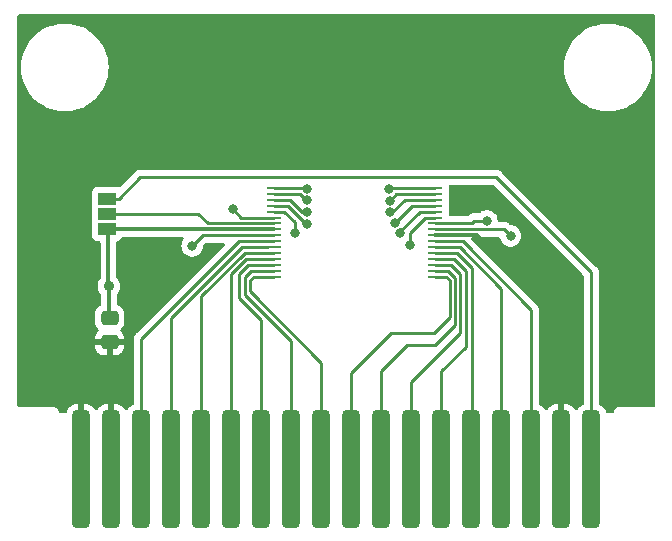
<source format=gbr>
%TF.GenerationSoftware,KiCad,Pcbnew,(6.0.7-1)-1*%
%TF.CreationDate,2023-01-18T18:12:49-08:00*%
%TF.ProjectId,QCard,51436172-642e-46b6-9963-61645f706362,1903842*%
%TF.SameCoordinates,Original*%
%TF.FileFunction,Copper,L1,Top*%
%TF.FilePolarity,Positive*%
%FSLAX46Y46*%
G04 Gerber Fmt 4.6, Leading zero omitted, Abs format (unit mm)*
G04 Created by KiCad (PCBNEW (6.0.7-1)-1) date 2023-01-18 18:12:49*
%MOMM*%
%LPD*%
G01*
G04 APERTURE LIST*
G04 Aperture macros list*
%AMRoundRect*
0 Rectangle with rounded corners*
0 $1 Rounding radius*
0 $2 $3 $4 $5 $6 $7 $8 $9 X,Y pos of 4 corners*
0 Add a 4 corners polygon primitive as box body*
4,1,4,$2,$3,$4,$5,$6,$7,$8,$9,$2,$3,0*
0 Add four circle primitives for the rounded corners*
1,1,$1+$1,$2,$3*
1,1,$1+$1,$4,$5*
1,1,$1+$1,$6,$7*
1,1,$1+$1,$8,$9*
0 Add four rect primitives between the rounded corners*
20,1,$1+$1,$2,$3,$4,$5,0*
20,1,$1+$1,$4,$5,$6,$7,0*
20,1,$1+$1,$6,$7,$8,$9,0*
20,1,$1+$1,$8,$9,$2,$3,0*%
G04 Aperture macros list end*
%TA.AperFunction,SMDPad,CuDef*%
%ADD10R,1.500000X1.000000*%
%TD*%
%TA.AperFunction,SMDPad,CuDef*%
%ADD11R,1.200899X0.279400*%
%TD*%
%TA.AperFunction,ConnectorPad*%
%ADD12RoundRect,0.375000X-0.375000X-4.625000X0.375000X-4.625000X0.375000X4.625000X-0.375000X4.625000X0*%
%TD*%
%TA.AperFunction,SMDPad,CuDef*%
%ADD13RoundRect,0.250000X-0.475000X0.337500X-0.475000X-0.337500X0.475000X-0.337500X0.475000X0.337500X0*%
%TD*%
%TA.AperFunction,ViaPad*%
%ADD14C,0.900000*%
%TD*%
%TA.AperFunction,ViaPad*%
%ADD15C,0.800000*%
%TD*%
%TA.AperFunction,Conductor*%
%ADD16C,0.300000*%
%TD*%
%TA.AperFunction,Conductor*%
%ADD17C,0.250000*%
%TD*%
G04 APERTURE END LIST*
D10*
%TO.P,JP1,1,A*%
%TO.N,/VCC*%
X58100000Y-68700000D03*
%TO.P,JP1,2,C*%
%TO.N,/PGM*%
X58100000Y-67400000D03*
%TO.P,JP1,3,B*%
%TO.N,Net-(J1-Pad18)*%
X58100000Y-66100000D03*
%TD*%
D11*
%TO.P,U1,1,A11*%
%TO.N,/A11*%
X72201377Y-65202500D03*
%TO.P,U1,2,A9*%
%TO.N,/A9*%
X72201377Y-65702499D03*
%TO.P,U1,3,A8*%
%TO.N,/A8*%
X72201377Y-66202500D03*
%TO.P,U1,4,A13*%
%TO.N,/A13*%
X72201377Y-66702499D03*
%TO.P,U1,5,A14*%
%TO.N,/A14*%
X72201377Y-67202501D03*
%TO.P,U1,6,A17*%
%TO.N,/A17*%
X72201377Y-67702500D03*
%TO.P,U1,7,\u002AWE*%
%TO.N,/PGM*%
X72201377Y-68202499D03*
%TO.P,U1,8,VDD*%
%TO.N,/VCC*%
X72201377Y-68702500D03*
%TO.P,U1,9,A18*%
%TO.N,/A18*%
X72201377Y-69202500D03*
%TO.P,U1,10,A16*%
%TO.N,/A16*%
X72201377Y-69702501D03*
%TO.P,U1,11,A15*%
%TO.N,/A15*%
X72201377Y-70202500D03*
%TO.P,U1,12,A12*%
%TO.N,/A12*%
X72201377Y-70702499D03*
%TO.P,U1,13,A7*%
%TO.N,/A7*%
X72201377Y-71202501D03*
%TO.P,U1,14,A6*%
%TO.N,/A6*%
X72201377Y-71702500D03*
%TO.P,U1,15,A5*%
%TO.N,/A5*%
X72201377Y-72202501D03*
%TO.P,U1,16,A4*%
%TO.N,/A4*%
X72201377Y-72702500D03*
%TO.P,U1,17,A3*%
%TO.N,/A3*%
X85899073Y-72702500D03*
%TO.P,U1,18,A2*%
%TO.N,/A2*%
X85899073Y-72202501D03*
%TO.P,U1,19,A1*%
%TO.N,/A1*%
X85899073Y-71702500D03*
%TO.P,U1,20,A0*%
%TO.N,/A0*%
X85899073Y-71202501D03*
%TO.P,U1,21,DQ0*%
%TO.N,/D0*%
X85899073Y-70702499D03*
%TO.P,U1,22,DQ1*%
%TO.N,/D1*%
X85899073Y-70202500D03*
%TO.P,U1,23,DQ2*%
%TO.N,/D2*%
X85899073Y-69702501D03*
%TO.P,U1,24,VSS*%
%TO.N,/GND*%
X85899073Y-69202500D03*
%TO.P,U1,25,DQ3*%
%TO.N,/D3*%
X85899073Y-68702500D03*
%TO.P,U1,26,DQ4*%
%TO.N,/D4*%
X85899073Y-68202499D03*
%TO.P,U1,27,DQ5*%
%TO.N,/D5*%
X85899073Y-67702500D03*
%TO.P,U1,28,DQ6*%
%TO.N,/D6*%
X85899073Y-67202501D03*
%TO.P,U1,29,DQ7*%
%TO.N,/D7*%
X85899073Y-66702499D03*
%TO.P,U1,30,\u002ACE*%
%TO.N,/CE*%
X85899073Y-66202500D03*
%TO.P,U1,31,A10*%
%TO.N,/A10*%
X85899073Y-65702499D03*
%TO.P,U1,32,\u002AOE*%
%TO.N,/OE*%
X85899073Y-65202500D03*
%TD*%
D12*
%TO.P,J1,1,Pin_1*%
%TO.N,/GND*%
X55910000Y-89000000D03*
%TO.P,J1,2,Pin_2*%
X58450000Y-89000000D03*
%TO.P,J1,3,Pin_3*%
%TO.N,/A16*%
X60990000Y-89000000D03*
%TO.P,J1,4,Pin_4*%
%TO.N,/A15*%
X63530000Y-89000000D03*
%TO.P,J1,5,Pin_5*%
%TO.N,/A12*%
X66070000Y-89000000D03*
%TO.P,J1,6,Pin_6*%
%TO.N,/A7*%
X68610000Y-89000000D03*
%TO.P,J1,7,Pin_7*%
%TO.N,/A6*%
X71150000Y-89000000D03*
%TO.P,J1,8,Pin_8*%
%TO.N,/A5*%
X73690000Y-89000000D03*
%TO.P,J1,9,Pin_9*%
%TO.N,/A4*%
X76230000Y-89000000D03*
%TO.P,J1,10,Pin_10*%
%TO.N,/A3*%
X78770000Y-89000000D03*
%TO.P,J1,11,Pin_11*%
%TO.N,/A2*%
X81310000Y-89000000D03*
%TO.P,J1,12,Pin_12*%
%TO.N,/A1*%
X83850000Y-89000000D03*
%TO.P,J1,13,Pin_13*%
%TO.N,/A0*%
X86390000Y-89000000D03*
%TO.P,J1,14,Pin_14*%
%TO.N,/D0*%
X88930000Y-89000000D03*
%TO.P,J1,15,Pin_15*%
%TO.N,/D1*%
X91470000Y-89000000D03*
%TO.P,J1,16,Pin_16*%
%TO.N,/D2*%
X94010000Y-89000000D03*
%TO.P,J1,17,Pin_17*%
%TO.N,/GND*%
X96550000Y-89000000D03*
%TO.P,J1,18,Pin_18*%
%TO.N,Net-(J1-Pad18)*%
X99090000Y-89000000D03*
%TD*%
D13*
%TO.P,C1,1*%
%TO.N,/VCC*%
X58300000Y-76200000D03*
%TO.P,C1,2*%
%TO.N,/GND*%
X58300000Y-78275000D03*
%TD*%
D14*
%TO.N,/VCC*%
X58250000Y-73500000D03*
%TO.N,/GND*%
X90000000Y-69750000D03*
D15*
X56300000Y-73500000D03*
%TO.N,/A18*%
X65300000Y-70100000D03*
%TO.N,/A17*%
X68750000Y-67000000D03*
%TO.N,/A14*%
X74000000Y-69000000D03*
%TO.N,/A13*%
X75000000Y-68250000D03*
%TO.N,/A8*%
X75000000Y-67250000D03*
%TO.N,/A9*%
X75000000Y-66250497D03*
%TO.N,/A11*%
X75000000Y-65250000D03*
%TO.N,/OE*%
X82000000Y-65250000D03*
%TO.N,/A10*%
X82012548Y-66262051D03*
%TO.N,/CE*%
X82006490Y-67268109D03*
%TO.N,/D7*%
X82457275Y-68160184D03*
%TO.N,/D6*%
X82901613Y-69055488D03*
%TO.N,/D5*%
X83750000Y-70000000D03*
%TO.N,/D4*%
X90250000Y-67978000D03*
%TO.N,/D3*%
X92250000Y-69250000D03*
%TD*%
D16*
%TO.N,/VCC*%
X58250000Y-73500000D02*
X58200000Y-73450000D01*
X58250000Y-76150000D02*
X58300000Y-76200000D01*
X58200000Y-73450000D02*
X58200000Y-68800000D01*
X58100000Y-68700000D02*
X58102500Y-68702500D01*
X58102500Y-68702500D02*
X72201377Y-68702500D01*
X58200000Y-68800000D02*
X58100000Y-68700000D01*
X58250000Y-73500000D02*
X58250000Y-76150000D01*
%TO.N,/GND*%
X85899073Y-69202500D02*
X89452500Y-69202500D01*
X89452500Y-69202500D02*
X90000000Y-69750000D01*
D17*
%TO.N,/A16*%
X60990000Y-89000000D02*
X60990000Y-78010000D01*
X69297499Y-69702501D02*
X72201377Y-69702501D01*
X60990000Y-78010000D02*
X69297499Y-69702501D01*
%TO.N,/A15*%
X69512201Y-70237799D02*
X71750000Y-70237799D01*
X63530000Y-89000000D02*
X63530000Y-76220000D01*
X63530000Y-76220000D02*
X69512201Y-70237799D01*
%TO.N,/A12*%
X66070000Y-74361802D02*
X69729303Y-70702499D01*
X66070000Y-89000000D02*
X66070000Y-74361802D01*
X69729303Y-70702499D02*
X72201377Y-70702499D01*
%TO.N,/A7*%
X68610000Y-72458198D02*
X69865697Y-71202501D01*
X68610000Y-89000000D02*
X68610000Y-72458198D01*
X69865697Y-71202501D02*
X72201377Y-71202501D01*
%TO.N,/A6*%
X71150000Y-89000000D02*
X71150000Y-76400000D01*
X69250000Y-74500000D02*
X69250000Y-72500000D01*
X71150000Y-76400000D02*
X69250000Y-74500000D01*
X70047500Y-71702500D02*
X72201377Y-71702500D01*
X69250000Y-72500000D02*
X70047500Y-71702500D01*
%TO.N,/A5*%
X73690000Y-78190000D02*
X69750000Y-74250000D01*
X69750000Y-74250000D02*
X69750000Y-72750000D01*
X73690000Y-89000000D02*
X73690000Y-78190000D01*
X70297499Y-72202501D02*
X72201377Y-72202501D01*
X69750000Y-72750000D02*
X70297499Y-72202501D01*
%TO.N,/A4*%
X70200000Y-72993198D02*
X70490698Y-72702500D01*
X76230000Y-79980000D02*
X70200000Y-73950000D01*
X76230000Y-89000000D02*
X76230000Y-79980000D01*
X70200000Y-73950000D02*
X70200000Y-72993198D01*
X70490698Y-72702500D02*
X72201377Y-72702500D01*
%TO.N,/A3*%
X78770000Y-80855000D02*
X82125000Y-77500000D01*
X85750000Y-77500000D02*
X87100000Y-76150000D01*
X86816104Y-72702500D02*
X85899073Y-72702500D01*
X82125000Y-77500000D02*
X85750000Y-77500000D01*
X78770000Y-89000000D02*
X78770000Y-80855000D01*
X87100000Y-76150000D02*
X87100000Y-72986396D01*
X87100000Y-72986396D02*
X86816104Y-72702500D01*
%TO.N,/A2*%
X81310000Y-80690000D02*
X83500000Y-78500000D01*
X83500000Y-78500000D02*
X85886396Y-78500000D01*
X81310000Y-89000000D02*
X81310000Y-80690000D01*
X86952501Y-72202501D02*
X85899073Y-72202501D01*
X87550000Y-72800000D02*
X86952501Y-72202501D01*
X85886396Y-78500000D02*
X87550000Y-76836396D01*
X87550000Y-76836396D02*
X87550000Y-72800000D01*
%TO.N,/A1*%
X88000000Y-77511396D02*
X88000000Y-72500000D01*
X83850000Y-89000000D02*
X83850000Y-81661396D01*
X88000000Y-72500000D02*
X87202500Y-71702500D01*
X87202500Y-71702500D02*
X85899073Y-71702500D01*
X83850000Y-81661396D02*
X88000000Y-77511396D01*
%TO.N,/A0*%
X88500000Y-78625000D02*
X88500000Y-72250000D01*
X86390000Y-80735000D02*
X88500000Y-78625000D01*
X87452501Y-71202501D02*
X85899073Y-71202501D01*
X86390000Y-89000000D02*
X86390000Y-80735000D01*
X88500000Y-72250000D02*
X87452501Y-71202501D01*
%TO.N,/D0*%
X89000000Y-88930000D02*
X89000000Y-72000000D01*
X88930000Y-89000000D02*
X89000000Y-88930000D01*
X87702499Y-70702499D02*
X85899073Y-70702499D01*
X89000000Y-72000000D02*
X87702499Y-70702499D01*
%TO.N,/D1*%
X91470000Y-73720000D02*
X87952500Y-70202500D01*
X87952500Y-70202500D02*
X85899073Y-70202500D01*
X91470000Y-89000000D02*
X91470000Y-73720000D01*
%TO.N,/D2*%
X88202501Y-69702501D02*
X85899073Y-69702501D01*
X94010000Y-89000000D02*
X94010000Y-75510000D01*
X94010000Y-75510000D02*
X88202501Y-69702501D01*
%TO.N,/PGM*%
X65800000Y-67400000D02*
X66602499Y-68202499D01*
X66602499Y-68202499D02*
X72201377Y-68202499D01*
X58100000Y-67400000D02*
X65800000Y-67400000D01*
%TO.N,/A18*%
X66197500Y-69202500D02*
X72201377Y-69202500D01*
X65300000Y-70100000D02*
X66197500Y-69202500D01*
%TO.N,/A17*%
X68750000Y-67000000D02*
X69452500Y-67702500D01*
X69452500Y-67702500D02*
X72201377Y-67702500D01*
%TO.N,/A14*%
X74000000Y-69000000D02*
X74000000Y-68110974D01*
X74000000Y-68110974D02*
X73091527Y-67202501D01*
X73091527Y-67202501D02*
X72201377Y-67202501D01*
%TO.N,/A13*%
X74952238Y-68250000D02*
X73404737Y-66702499D01*
X73404737Y-66702499D02*
X72201377Y-66702499D01*
X75000000Y-68250000D02*
X74952238Y-68250000D01*
%TO.N,/A8*%
X75000000Y-67250000D02*
X74588634Y-67250000D01*
X73541134Y-66202500D02*
X72201377Y-66202500D01*
X74588634Y-67250000D02*
X73541134Y-66202500D01*
%TO.N,/A9*%
X74975192Y-66250497D02*
X74427194Y-65702499D01*
X75000000Y-66250497D02*
X74975192Y-66250497D01*
X74427194Y-65702499D02*
X72201377Y-65702499D01*
%TO.N,/A11*%
X75000000Y-65250000D02*
X74952500Y-65202500D01*
X74952500Y-65202500D02*
X72201377Y-65202500D01*
%TO.N,/OE*%
X82047500Y-65202500D02*
X85899073Y-65202500D01*
X82000000Y-65250000D02*
X82047500Y-65202500D01*
%TO.N,/A10*%
X82012548Y-66262051D02*
X82572100Y-65702499D01*
X82572100Y-65702499D02*
X85899073Y-65702499D01*
%TO.N,/CE*%
X83297500Y-66202500D02*
X85899073Y-66202500D01*
X82231891Y-67268109D02*
X83297500Y-66202500D01*
X82006490Y-67268109D02*
X82231891Y-67268109D01*
%TO.N,/D7*%
X83914960Y-66702499D02*
X85899073Y-66702499D01*
X82457275Y-68160184D02*
X83914960Y-66702499D01*
%TO.N,/D6*%
X82901613Y-68879637D02*
X84578749Y-67202501D01*
X84578749Y-67202501D02*
X85899073Y-67202501D01*
X82901613Y-69055488D02*
X82901613Y-68879637D01*
%TO.N,/D5*%
X83750000Y-70000000D02*
X83750000Y-69000000D01*
X83750000Y-69000000D02*
X85047500Y-67702500D01*
X85047500Y-67702500D02*
X85899073Y-67702500D01*
%TO.N,/D4*%
X89176998Y-67978000D02*
X88952499Y-68202499D01*
X90250000Y-67978000D02*
X89176998Y-67978000D01*
X88952499Y-68202499D02*
X85899073Y-68202499D01*
%TO.N,/D3*%
X92250000Y-69250000D02*
X91702500Y-68702500D01*
X91702500Y-68702500D02*
X85899073Y-68702500D01*
%TO.N,Net-(J1-Pad18)*%
X99100000Y-88990000D02*
X99100000Y-72350000D01*
X99100000Y-72350000D02*
X91050000Y-64300000D01*
X99090000Y-89000000D02*
X99100000Y-88990000D01*
X59100000Y-66100000D02*
X58100000Y-66100000D01*
X60900000Y-64300000D02*
X59100000Y-66100000D01*
X91050000Y-64300000D02*
X60900000Y-64300000D01*
%TD*%
%TA.AperFunction,Conductor*%
%TO.N,/GND*%
G36*
X90803527Y-64953502D02*
G01*
X90824501Y-64970405D01*
X98429595Y-72575499D01*
X98463621Y-72637811D01*
X98466500Y-72664594D01*
X98466500Y-83432962D01*
X98446498Y-83501083D01*
X98396160Y-83544701D01*
X98396638Y-83545638D01*
X98392800Y-83547594D01*
X98392799Y-83547594D01*
X98387702Y-83550191D01*
X98231161Y-83629953D01*
X98226032Y-83634106D01*
X98226028Y-83634109D01*
X98094000Y-83741024D01*
X98086830Y-83746830D01*
X98082675Y-83751961D01*
X97974109Y-83886028D01*
X97974106Y-83886032D01*
X97969953Y-83891161D01*
X97966956Y-83897043D01*
X97931986Y-83965675D01*
X97883237Y-84017290D01*
X97814323Y-84034356D01*
X97747121Y-84011455D01*
X97707452Y-83965675D01*
X97672622Y-83897317D01*
X97665470Y-83886304D01*
X97556966Y-83752311D01*
X97547689Y-83743034D01*
X97413696Y-83634530D01*
X97402682Y-83627378D01*
X97249059Y-83549102D01*
X97236813Y-83544401D01*
X97069467Y-83499561D01*
X97058140Y-83497614D01*
X96989261Y-83492193D01*
X96984334Y-83492000D01*
X96822115Y-83492000D01*
X96806876Y-83496475D01*
X96805671Y-83497865D01*
X96804000Y-83505548D01*
X96804000Y-84250000D01*
X96296000Y-84250000D01*
X96296000Y-83510115D01*
X96291525Y-83494876D01*
X96290135Y-83493671D01*
X96282452Y-83492000D01*
X96115666Y-83492000D01*
X96110739Y-83492193D01*
X96041860Y-83497614D01*
X96030533Y-83499561D01*
X95863187Y-83544401D01*
X95850941Y-83549102D01*
X95697318Y-83627378D01*
X95686304Y-83634530D01*
X95552311Y-83743034D01*
X95543034Y-83752311D01*
X95434530Y-83886304D01*
X95427378Y-83897317D01*
X95392548Y-83965675D01*
X95343800Y-84017290D01*
X95274885Y-84034356D01*
X95207683Y-84011455D01*
X95168014Y-83965675D01*
X95133044Y-83897043D01*
X95130047Y-83891161D01*
X95125894Y-83886032D01*
X95125891Y-83886028D01*
X95017325Y-83751961D01*
X95013170Y-83746830D01*
X95006000Y-83741024D01*
X94873972Y-83634109D01*
X94873968Y-83634106D01*
X94868839Y-83629953D01*
X94862961Y-83626958D01*
X94862958Y-83626956D01*
X94722297Y-83555286D01*
X94712296Y-83550190D01*
X94660682Y-83501443D01*
X94643500Y-83437924D01*
X94643500Y-75588767D01*
X94644027Y-75577584D01*
X94645702Y-75570091D01*
X94643562Y-75502000D01*
X94643500Y-75498043D01*
X94643500Y-75470144D01*
X94642996Y-75466153D01*
X94642063Y-75454311D01*
X94640923Y-75418036D01*
X94640674Y-75410111D01*
X94638462Y-75402497D01*
X94638461Y-75402492D01*
X94635023Y-75390659D01*
X94631012Y-75371295D01*
X94629467Y-75359064D01*
X94628474Y-75351203D01*
X94625557Y-75343836D01*
X94625556Y-75343831D01*
X94612198Y-75310092D01*
X94608354Y-75298865D01*
X94599736Y-75269204D01*
X94596018Y-75256407D01*
X94585707Y-75238972D01*
X94577012Y-75221224D01*
X94569552Y-75202383D01*
X94549517Y-75174806D01*
X94543564Y-75166613D01*
X94537048Y-75156693D01*
X94518580Y-75125465D01*
X94518578Y-75125462D01*
X94514542Y-75118638D01*
X94500221Y-75104317D01*
X94487380Y-75089283D01*
X94480131Y-75079306D01*
X94475472Y-75072893D01*
X94441395Y-75044702D01*
X94432616Y-75036712D01*
X88947000Y-69551095D01*
X88912974Y-69488783D01*
X88918039Y-69417968D01*
X88960586Y-69361132D01*
X89027106Y-69336321D01*
X89036095Y-69336000D01*
X91233040Y-69336000D01*
X91301161Y-69356002D01*
X91347654Y-69409658D01*
X91355902Y-69434637D01*
X91356458Y-69439928D01*
X91415473Y-69621556D01*
X91510960Y-69786944D01*
X91515378Y-69791851D01*
X91515379Y-69791852D01*
X91607112Y-69893732D01*
X91638747Y-69928866D01*
X91687088Y-69963988D01*
X91761545Y-70018084D01*
X91793248Y-70041118D01*
X91799276Y-70043802D01*
X91799278Y-70043803D01*
X91940245Y-70106565D01*
X91967712Y-70118794D01*
X92061112Y-70138647D01*
X92148056Y-70157128D01*
X92148061Y-70157128D01*
X92154513Y-70158500D01*
X92345487Y-70158500D01*
X92351939Y-70157128D01*
X92351944Y-70157128D01*
X92438888Y-70138647D01*
X92532288Y-70118794D01*
X92559755Y-70106565D01*
X92700722Y-70043803D01*
X92700724Y-70043802D01*
X92706752Y-70041118D01*
X92738456Y-70018084D01*
X92812912Y-69963988D01*
X92861253Y-69928866D01*
X92892888Y-69893732D01*
X92984621Y-69791852D01*
X92984622Y-69791851D01*
X92989040Y-69786944D01*
X93084527Y-69621556D01*
X93143542Y-69439928D01*
X93145518Y-69421134D01*
X93162814Y-69256565D01*
X93163504Y-69250000D01*
X93147019Y-69093154D01*
X93144232Y-69066635D01*
X93144232Y-69066633D01*
X93143542Y-69060072D01*
X93084527Y-68878444D01*
X93058948Y-68834139D01*
X92992341Y-68718774D01*
X92989040Y-68713056D01*
X92974699Y-68697128D01*
X92865675Y-68576045D01*
X92865674Y-68576044D01*
X92861253Y-68571134D01*
X92706752Y-68458882D01*
X92700724Y-68456198D01*
X92700722Y-68456197D01*
X92538319Y-68383891D01*
X92538318Y-68383891D01*
X92532288Y-68381206D01*
X92415539Y-68356390D01*
X92351944Y-68342872D01*
X92351939Y-68342872D01*
X92345487Y-68341500D01*
X92290571Y-68341500D01*
X92222450Y-68321498D01*
X92196288Y-68298300D01*
X92194500Y-68295482D01*
X92144848Y-68248856D01*
X92142007Y-68246102D01*
X92122270Y-68226365D01*
X92119073Y-68223885D01*
X92110051Y-68216180D01*
X92083600Y-68191341D01*
X92077821Y-68185914D01*
X92070875Y-68182095D01*
X92070872Y-68182093D01*
X92060066Y-68176152D01*
X92043547Y-68165301D01*
X92036950Y-68160184D01*
X92027541Y-68152886D01*
X92020272Y-68149741D01*
X92020268Y-68149738D01*
X91986963Y-68135326D01*
X91976313Y-68130109D01*
X91937560Y-68108805D01*
X91917937Y-68103767D01*
X91899234Y-68097363D01*
X91887920Y-68092467D01*
X91887919Y-68092467D01*
X91880645Y-68089319D01*
X91872822Y-68088080D01*
X91872812Y-68088077D01*
X91836976Y-68082401D01*
X91825356Y-68079995D01*
X91790211Y-68070972D01*
X91790210Y-68070972D01*
X91782530Y-68069000D01*
X91762276Y-68069000D01*
X91742565Y-68067449D01*
X91730386Y-68065520D01*
X91722557Y-68064280D01*
X91714665Y-68065026D01*
X91678539Y-68068441D01*
X91666681Y-68069000D01*
X91286520Y-68069000D01*
X91218399Y-68048998D01*
X91171906Y-67995342D01*
X91161210Y-67956171D01*
X91144232Y-67794635D01*
X91144232Y-67794633D01*
X91143542Y-67788072D01*
X91084527Y-67606444D01*
X90989040Y-67441056D01*
X90972881Y-67423109D01*
X90865675Y-67304045D01*
X90865674Y-67304044D01*
X90861253Y-67299134D01*
X90762157Y-67227136D01*
X90712094Y-67190763D01*
X90712093Y-67190762D01*
X90706752Y-67186882D01*
X90700724Y-67184198D01*
X90700722Y-67184197D01*
X90538319Y-67111891D01*
X90538318Y-67111891D01*
X90532288Y-67109206D01*
X90438888Y-67089353D01*
X90351944Y-67070872D01*
X90351939Y-67070872D01*
X90345487Y-67069500D01*
X90154513Y-67069500D01*
X90148061Y-67070872D01*
X90148056Y-67070872D01*
X90061112Y-67089353D01*
X89967712Y-67109206D01*
X89961682Y-67111891D01*
X89961681Y-67111891D01*
X89799278Y-67184197D01*
X89799276Y-67184198D01*
X89793248Y-67186882D01*
X89787907Y-67190762D01*
X89787906Y-67190763D01*
X89715410Y-67243435D01*
X89638747Y-67299134D01*
X89634332Y-67304037D01*
X89629420Y-67308460D01*
X89628295Y-67307211D01*
X89574986Y-67340051D01*
X89541800Y-67344500D01*
X89255766Y-67344500D01*
X89244583Y-67343973D01*
X89237090Y-67342298D01*
X89229164Y-67342547D01*
X89229163Y-67342547D01*
X89169000Y-67344438D01*
X89165042Y-67344500D01*
X89137142Y-67344500D01*
X89133152Y-67345004D01*
X89121318Y-67345936D01*
X89077109Y-67347326D01*
X89069493Y-67349539D01*
X89069491Y-67349539D01*
X89057650Y-67352979D01*
X89038291Y-67356988D01*
X89036981Y-67357154D01*
X89018201Y-67359526D01*
X89010835Y-67362442D01*
X89010829Y-67362444D01*
X88977096Y-67375800D01*
X88965866Y-67379645D01*
X88931015Y-67389770D01*
X88923405Y-67391981D01*
X88916582Y-67396016D01*
X88905964Y-67402295D01*
X88888211Y-67410992D01*
X88880566Y-67414019D01*
X88869381Y-67418448D01*
X88862966Y-67423109D01*
X88833610Y-67444437D01*
X88823693Y-67450951D01*
X88785636Y-67473458D01*
X88771312Y-67487782D01*
X88756285Y-67500617D01*
X88739891Y-67512528D01*
X88734837Y-67518637D01*
X88730965Y-67523317D01*
X88672130Y-67563053D01*
X88633882Y-67568999D01*
X87129042Y-67568999D01*
X87060921Y-67548997D01*
X87014428Y-67495341D01*
X87003779Y-67429391D01*
X87004462Y-67423109D01*
X87008022Y-67390335D01*
X87008022Y-67014667D01*
X87005667Y-66992982D01*
X87002747Y-66966107D01*
X87002747Y-66938893D01*
X87007653Y-66893732D01*
X87007653Y-66893728D01*
X87008022Y-66890333D01*
X87008022Y-66514665D01*
X87002747Y-66466105D01*
X87002747Y-66438891D01*
X87003294Y-66433862D01*
X87008022Y-66390334D01*
X87008022Y-66014666D01*
X87002747Y-65966105D01*
X87002747Y-65938892D01*
X87007653Y-65893732D01*
X87007653Y-65893728D01*
X87008022Y-65890333D01*
X87008022Y-65514665D01*
X87002747Y-65466106D01*
X87002747Y-65438893D01*
X87007653Y-65393733D01*
X87007653Y-65393729D01*
X87008022Y-65390334D01*
X87008022Y-65059500D01*
X87028024Y-64991379D01*
X87081680Y-64944886D01*
X87134022Y-64933500D01*
X90735406Y-64933500D01*
X90803527Y-64953502D01*
G37*
%TD.AperFunction*%
%TA.AperFunction,Conductor*%
G36*
X104433621Y-50528502D02*
G01*
X104480114Y-50582158D01*
X104491500Y-50634500D01*
X104491500Y-83615500D01*
X104471498Y-83683621D01*
X104417842Y-83730114D01*
X104365500Y-83741500D01*
X101508623Y-83741500D01*
X101507853Y-83741498D01*
X101507037Y-83741493D01*
X101430279Y-83741024D01*
X101409965Y-83746830D01*
X101401847Y-83749150D01*
X101385085Y-83752728D01*
X101355813Y-83756920D01*
X101347645Y-83760634D01*
X101347644Y-83760634D01*
X101332438Y-83767548D01*
X101314914Y-83773996D01*
X101290229Y-83781051D01*
X101282635Y-83785843D01*
X101282632Y-83785844D01*
X101265220Y-83796830D01*
X101250137Y-83804969D01*
X101223218Y-83817208D01*
X101216416Y-83823069D01*
X101203765Y-83833970D01*
X101188761Y-83845073D01*
X101167042Y-83858776D01*
X101161103Y-83865501D01*
X101161099Y-83865504D01*
X101147468Y-83880938D01*
X101135276Y-83892982D01*
X101119673Y-83906427D01*
X101119671Y-83906430D01*
X101112873Y-83912287D01*
X101107993Y-83919816D01*
X101107992Y-83919817D01*
X101098906Y-83933835D01*
X101087615Y-83948709D01*
X101076569Y-83961217D01*
X101070622Y-83967951D01*
X101064312Y-83981391D01*
X101058058Y-83994711D01*
X101049737Y-84009691D01*
X101038529Y-84026983D01*
X101038527Y-84026988D01*
X101033648Y-84034515D01*
X101031078Y-84043108D01*
X101031076Y-84043113D01*
X101026289Y-84059120D01*
X101019628Y-84076564D01*
X101012533Y-84091676D01*
X101008719Y-84099800D01*
X101007338Y-84108667D01*
X101007338Y-84108668D01*
X101004170Y-84129015D01*
X101000386Y-84145736D01*
X100996088Y-84160106D01*
X100957405Y-84219638D01*
X100892676Y-84248806D01*
X100875372Y-84250000D01*
X100442857Y-84250000D01*
X100374736Y-84229998D01*
X100328243Y-84176342D01*
X100321150Y-84156612D01*
X100294362Y-84056638D01*
X100210047Y-83891161D01*
X100205894Y-83886032D01*
X100205891Y-83886028D01*
X100097325Y-83751961D01*
X100093170Y-83746830D01*
X100086000Y-83741024D01*
X99953972Y-83634109D01*
X99953968Y-83634106D01*
X99948839Y-83629953D01*
X99802297Y-83555286D01*
X99750682Y-83506538D01*
X99733500Y-83443019D01*
X99733500Y-72428767D01*
X99734027Y-72417584D01*
X99735702Y-72410091D01*
X99733562Y-72342014D01*
X99733500Y-72338055D01*
X99733500Y-72310144D01*
X99732995Y-72306144D01*
X99732062Y-72294301D01*
X99730922Y-72258029D01*
X99730673Y-72250110D01*
X99725022Y-72230658D01*
X99721014Y-72211306D01*
X99719467Y-72199063D01*
X99718474Y-72191203D01*
X99715556Y-72183832D01*
X99702200Y-72150097D01*
X99698355Y-72138870D01*
X99697721Y-72136687D01*
X99686018Y-72096407D01*
X99681984Y-72089585D01*
X99681981Y-72089579D01*
X99675706Y-72078968D01*
X99667010Y-72061218D01*
X99662472Y-72049756D01*
X99662469Y-72049751D01*
X99659552Y-72042383D01*
X99641899Y-72018085D01*
X99633573Y-72006625D01*
X99627057Y-71996707D01*
X99608575Y-71965457D01*
X99604542Y-71958637D01*
X99590218Y-71944313D01*
X99577376Y-71929278D01*
X99565472Y-71912893D01*
X99531406Y-71884711D01*
X99522627Y-71876722D01*
X91553652Y-63907747D01*
X91546112Y-63899461D01*
X91542000Y-63892982D01*
X91492348Y-63846356D01*
X91489507Y-63843602D01*
X91469770Y-63823865D01*
X91466573Y-63821385D01*
X91457551Y-63813680D01*
X91444116Y-63801064D01*
X91425321Y-63783414D01*
X91418375Y-63779595D01*
X91418372Y-63779593D01*
X91407566Y-63773652D01*
X91391047Y-63762801D01*
X91390583Y-63762441D01*
X91375041Y-63750386D01*
X91367772Y-63747241D01*
X91367768Y-63747238D01*
X91334463Y-63732826D01*
X91323813Y-63727609D01*
X91285060Y-63706305D01*
X91265437Y-63701267D01*
X91246734Y-63694863D01*
X91235420Y-63689967D01*
X91235419Y-63689967D01*
X91228145Y-63686819D01*
X91220322Y-63685580D01*
X91220312Y-63685577D01*
X91184476Y-63679901D01*
X91172856Y-63677495D01*
X91137711Y-63668472D01*
X91137710Y-63668472D01*
X91130030Y-63666500D01*
X91109776Y-63666500D01*
X91090065Y-63664949D01*
X91087534Y-63664548D01*
X91070057Y-63661780D01*
X91062165Y-63662526D01*
X91026039Y-63665941D01*
X91014181Y-63666500D01*
X60978763Y-63666500D01*
X60967579Y-63665973D01*
X60960091Y-63664299D01*
X60952168Y-63664548D01*
X60892033Y-63666438D01*
X60888075Y-63666500D01*
X60860144Y-63666500D01*
X60856229Y-63666995D01*
X60856225Y-63666995D01*
X60856167Y-63667003D01*
X60856138Y-63667006D01*
X60844296Y-63667939D01*
X60800110Y-63669327D01*
X60782744Y-63674372D01*
X60780658Y-63674978D01*
X60761306Y-63678986D01*
X60749068Y-63680532D01*
X60749066Y-63680533D01*
X60741203Y-63681526D01*
X60700086Y-63697806D01*
X60688885Y-63701641D01*
X60646406Y-63713982D01*
X60639587Y-63718015D01*
X60639582Y-63718017D01*
X60628971Y-63724293D01*
X60611221Y-63732990D01*
X60592383Y-63740448D01*
X60585967Y-63745109D01*
X60585966Y-63745110D01*
X60556625Y-63766428D01*
X60546701Y-63772947D01*
X60515460Y-63791422D01*
X60515455Y-63791426D01*
X60508637Y-63795458D01*
X60494313Y-63809782D01*
X60479281Y-63822621D01*
X60462893Y-63834528D01*
X60434712Y-63868593D01*
X60426722Y-63877373D01*
X59196258Y-65107837D01*
X59133946Y-65141863D01*
X59062934Y-65136724D01*
X58967718Y-65101029D01*
X58967712Y-65101027D01*
X58960316Y-65098255D01*
X58898134Y-65091500D01*
X57301866Y-65091500D01*
X57239684Y-65098255D01*
X57103295Y-65149385D01*
X56986739Y-65236739D01*
X56899385Y-65353295D01*
X56848255Y-65489684D01*
X56841500Y-65551866D01*
X56841500Y-66648134D01*
X56848255Y-66710316D01*
X56851029Y-66717715D01*
X56851775Y-66720854D01*
X56851775Y-66779146D01*
X56851029Y-66782285D01*
X56848255Y-66789684D01*
X56841500Y-66851866D01*
X56841500Y-67948134D01*
X56848255Y-68010316D01*
X56851029Y-68017715D01*
X56851775Y-68020854D01*
X56851775Y-68079146D01*
X56851029Y-68082285D01*
X56848255Y-68089684D01*
X56841500Y-68151866D01*
X56841500Y-69248134D01*
X56848255Y-69310316D01*
X56899385Y-69446705D01*
X56986739Y-69563261D01*
X57103295Y-69650615D01*
X57239684Y-69701745D01*
X57301866Y-69708500D01*
X57415500Y-69708500D01*
X57483621Y-69728502D01*
X57530114Y-69782158D01*
X57541500Y-69834500D01*
X57541500Y-72807272D01*
X57521498Y-72875393D01*
X57512021Y-72888263D01*
X57459265Y-72951135D01*
X57459261Y-72951141D01*
X57455302Y-72955859D01*
X57452338Y-72961251D01*
X57452335Y-72961255D01*
X57422529Y-73015473D01*
X57364746Y-73120580D01*
X57307909Y-73299752D01*
X57286956Y-73486552D01*
X57287472Y-73492696D01*
X57294794Y-73579887D01*
X57302685Y-73673865D01*
X57354497Y-73854555D01*
X57357312Y-73860032D01*
X57357313Y-73860035D01*
X57437603Y-74016263D01*
X57440418Y-74021740D01*
X57444241Y-74026564D01*
X57444244Y-74026568D01*
X57470625Y-74059852D01*
X57557109Y-74168966D01*
X57557177Y-74169052D01*
X57557161Y-74169065D01*
X57589069Y-74230005D01*
X57591500Y-74254636D01*
X57591500Y-75049984D01*
X57571498Y-75118105D01*
X57517842Y-75164598D01*
X57510126Y-75167637D01*
X57508003Y-75168632D01*
X57501054Y-75170950D01*
X57350652Y-75264022D01*
X57225695Y-75389197D01*
X57221855Y-75395427D01*
X57221854Y-75395428D01*
X57173354Y-75474110D01*
X57132885Y-75539762D01*
X57077203Y-75707639D01*
X57066500Y-75812100D01*
X57066500Y-76587900D01*
X57077474Y-76693666D01*
X57133450Y-76861446D01*
X57226522Y-77011848D01*
X57351697Y-77136805D01*
X57356235Y-77139602D01*
X57396824Y-77196853D01*
X57400054Y-77267776D01*
X57364428Y-77329187D01*
X57355932Y-77336562D01*
X57345793Y-77344598D01*
X57231261Y-77459329D01*
X57222249Y-77470740D01*
X57137184Y-77608743D01*
X57131037Y-77621924D01*
X57079862Y-77776210D01*
X57076995Y-77789586D01*
X57067328Y-77883938D01*
X57067000Y-77890355D01*
X57067000Y-78002885D01*
X57071475Y-78018124D01*
X57072865Y-78019329D01*
X57080548Y-78021000D01*
X59514884Y-78021000D01*
X59530123Y-78016525D01*
X59531328Y-78015135D01*
X59532999Y-78007452D01*
X59532999Y-77890405D01*
X59532662Y-77883886D01*
X59522743Y-77788294D01*
X59519851Y-77774900D01*
X59468412Y-77620716D01*
X59462239Y-77607538D01*
X59376937Y-77469693D01*
X59367901Y-77458292D01*
X59253172Y-77343762D01*
X59244238Y-77336706D01*
X59203177Y-77278788D01*
X59199947Y-77207865D01*
X59235574Y-77146454D01*
X59243407Y-77139654D01*
X59249348Y-77135978D01*
X59374305Y-77010803D01*
X59378146Y-77004572D01*
X59463275Y-76866468D01*
X59463276Y-76866466D01*
X59467115Y-76860238D01*
X59493564Y-76780495D01*
X59520632Y-76698889D01*
X59520632Y-76698887D01*
X59522797Y-76692361D01*
X59533500Y-76587900D01*
X59533500Y-75812100D01*
X59532018Y-75797812D01*
X59523238Y-75713192D01*
X59523237Y-75713188D01*
X59522526Y-75706334D01*
X59466550Y-75538554D01*
X59373478Y-75388152D01*
X59248303Y-75263195D01*
X59161606Y-75209754D01*
X59103968Y-75174225D01*
X59103966Y-75174224D01*
X59097738Y-75170385D01*
X58994833Y-75136253D01*
X58936473Y-75095822D01*
X58909236Y-75030258D01*
X58908500Y-75016660D01*
X58908500Y-74250938D01*
X58928502Y-74182817D01*
X58939119Y-74168607D01*
X59032994Y-74059852D01*
X59032995Y-74059850D01*
X59037023Y-74055184D01*
X59129870Y-73891744D01*
X59189203Y-73713382D01*
X59212762Y-73526892D01*
X59213138Y-73500000D01*
X59194795Y-73312926D01*
X59140465Y-73132977D01*
X59052218Y-72967008D01*
X58933415Y-72821340D01*
X58904185Y-72797159D01*
X58864447Y-72738325D01*
X58858500Y-72700074D01*
X58858500Y-69824493D01*
X58878502Y-69756372D01*
X58932158Y-69709879D01*
X58953763Y-69702457D01*
X58960316Y-69701745D01*
X58967711Y-69698973D01*
X58967714Y-69698972D01*
X59088297Y-69653767D01*
X59096705Y-69650615D01*
X59213261Y-69563261D01*
X59256976Y-69504932D01*
X59295233Y-69453887D01*
X59295235Y-69453884D01*
X59300615Y-69446705D01*
X59303765Y-69438302D01*
X59308077Y-69430426D01*
X59310405Y-69431700D01*
X59344736Y-69386002D01*
X59411299Y-69361306D01*
X59420072Y-69361000D01*
X64461327Y-69361000D01*
X64529448Y-69381002D01*
X64575941Y-69434658D01*
X64586045Y-69504932D01*
X64563678Y-69560038D01*
X64560960Y-69563056D01*
X64544000Y-69592432D01*
X64476192Y-69709879D01*
X64465473Y-69728444D01*
X64406458Y-69910072D01*
X64405768Y-69916633D01*
X64405768Y-69916635D01*
X64398639Y-69984464D01*
X64386496Y-70100000D01*
X64387186Y-70106565D01*
X64396608Y-70196206D01*
X64406458Y-70289928D01*
X64465473Y-70471556D01*
X64560960Y-70636944D01*
X64688747Y-70778866D01*
X64843248Y-70891118D01*
X64849276Y-70893802D01*
X64849278Y-70893803D01*
X65011677Y-70966107D01*
X65017712Y-70968794D01*
X65111113Y-70988647D01*
X65198056Y-71007128D01*
X65198061Y-71007128D01*
X65204513Y-71008500D01*
X65395487Y-71008500D01*
X65401939Y-71007128D01*
X65401944Y-71007128D01*
X65488887Y-70988647D01*
X65582288Y-70968794D01*
X65588323Y-70966107D01*
X65750722Y-70893803D01*
X65750724Y-70893802D01*
X65756752Y-70891118D01*
X65911253Y-70778866D01*
X66039040Y-70636944D01*
X66134527Y-70471556D01*
X66193542Y-70289928D01*
X66210907Y-70124706D01*
X66237920Y-70059050D01*
X66247122Y-70048782D01*
X66422999Y-69872905D01*
X66485311Y-69838879D01*
X66512094Y-69836000D01*
X67963906Y-69836000D01*
X68032027Y-69856002D01*
X68078520Y-69909658D01*
X68088624Y-69979932D01*
X68059130Y-70044512D01*
X68053001Y-70051095D01*
X64255464Y-73848631D01*
X60597747Y-77506348D01*
X60589461Y-77513888D01*
X60582982Y-77518000D01*
X60577557Y-77523777D01*
X60536357Y-77567651D01*
X60533602Y-77570493D01*
X60513865Y-77590230D01*
X60511385Y-77593427D01*
X60503682Y-77602447D01*
X60473414Y-77634679D01*
X60469595Y-77641625D01*
X60469593Y-77641628D01*
X60463652Y-77652434D01*
X60452801Y-77668953D01*
X60440386Y-77684959D01*
X60437241Y-77692228D01*
X60437238Y-77692232D01*
X60422826Y-77725537D01*
X60417609Y-77736187D01*
X60396305Y-77774940D01*
X60394334Y-77782615D01*
X60394334Y-77782616D01*
X60391267Y-77794562D01*
X60384863Y-77813266D01*
X60376819Y-77831855D01*
X60375580Y-77839678D01*
X60375577Y-77839688D01*
X60369901Y-77875524D01*
X60367495Y-77887144D01*
X60356500Y-77929970D01*
X60356500Y-77950224D01*
X60354949Y-77969934D01*
X60351780Y-77989943D01*
X60352526Y-77997835D01*
X60355941Y-78033961D01*
X60356500Y-78045819D01*
X60356500Y-83437924D01*
X60336498Y-83506045D01*
X60287704Y-83550190D01*
X60277703Y-83555286D01*
X60137042Y-83626956D01*
X60137039Y-83626958D01*
X60131161Y-83629953D01*
X60126032Y-83634106D01*
X60126028Y-83634109D01*
X59994000Y-83741024D01*
X59986830Y-83746830D01*
X59982675Y-83751961D01*
X59874109Y-83886028D01*
X59874106Y-83886032D01*
X59869953Y-83891161D01*
X59866956Y-83897043D01*
X59831986Y-83965675D01*
X59783237Y-84017290D01*
X59714323Y-84034356D01*
X59647121Y-84011455D01*
X59607452Y-83965675D01*
X59572622Y-83897317D01*
X59565470Y-83886304D01*
X59456966Y-83752311D01*
X59447689Y-83743034D01*
X59313696Y-83634530D01*
X59302682Y-83627378D01*
X59149059Y-83549102D01*
X59136813Y-83544401D01*
X58969467Y-83499561D01*
X58958140Y-83497614D01*
X58889261Y-83492193D01*
X58884334Y-83492000D01*
X58722115Y-83492000D01*
X58706876Y-83496475D01*
X58705671Y-83497865D01*
X58704000Y-83505548D01*
X58704000Y-84250000D01*
X58196000Y-84250000D01*
X58196000Y-83510115D01*
X58191525Y-83494876D01*
X58190135Y-83493671D01*
X58182452Y-83492000D01*
X58015666Y-83492000D01*
X58010739Y-83492193D01*
X57941860Y-83497614D01*
X57930533Y-83499561D01*
X57763187Y-83544401D01*
X57750941Y-83549102D01*
X57597318Y-83627378D01*
X57586304Y-83634530D01*
X57452311Y-83743034D01*
X57443034Y-83752311D01*
X57334530Y-83886304D01*
X57327378Y-83897318D01*
X57292267Y-83966226D01*
X57243519Y-84017841D01*
X57174604Y-84034907D01*
X57107402Y-84012006D01*
X57067733Y-83966226D01*
X57032622Y-83897318D01*
X57025470Y-83886304D01*
X56916966Y-83752311D01*
X56907689Y-83743034D01*
X56773696Y-83634530D01*
X56762682Y-83627378D01*
X56609059Y-83549102D01*
X56596813Y-83544401D01*
X56429467Y-83499561D01*
X56418140Y-83497614D01*
X56349261Y-83492193D01*
X56344334Y-83492000D01*
X56182115Y-83492000D01*
X56166876Y-83496475D01*
X56165671Y-83497865D01*
X56164000Y-83505548D01*
X56164000Y-84250000D01*
X55656000Y-84250000D01*
X55656000Y-83510115D01*
X55651525Y-83494876D01*
X55650135Y-83493671D01*
X55642452Y-83492000D01*
X55475666Y-83492000D01*
X55470739Y-83492193D01*
X55401860Y-83497614D01*
X55390533Y-83499561D01*
X55223187Y-83544401D01*
X55210941Y-83549102D01*
X55057318Y-83627378D01*
X55046304Y-83634530D01*
X54912311Y-83743034D01*
X54903034Y-83752311D01*
X54794530Y-83886304D01*
X54787378Y-83897318D01*
X54709102Y-84050941D01*
X54704401Y-84063187D01*
X54679368Y-84156612D01*
X54642416Y-84217234D01*
X54578555Y-84248256D01*
X54557661Y-84250000D01*
X54123936Y-84250000D01*
X54055815Y-84229998D01*
X54009322Y-84176342D01*
X54002786Y-84158622D01*
X54000849Y-84151844D01*
X53997272Y-84135085D01*
X53994352Y-84114698D01*
X53993080Y-84105813D01*
X53982451Y-84082436D01*
X53976004Y-84064913D01*
X53973639Y-84056638D01*
X53968949Y-84040229D01*
X53964156Y-84032632D01*
X53953170Y-84015220D01*
X53945030Y-84000135D01*
X53942564Y-83994711D01*
X53932792Y-83973218D01*
X53926293Y-83965675D01*
X53916030Y-83953765D01*
X53904927Y-83938761D01*
X53891224Y-83917042D01*
X53884499Y-83911103D01*
X53884496Y-83911099D01*
X53869062Y-83897468D01*
X53857018Y-83885276D01*
X53843573Y-83869673D01*
X53843570Y-83869671D01*
X53837713Y-83862873D01*
X53824009Y-83853990D01*
X53816165Y-83848906D01*
X53801291Y-83837615D01*
X53788783Y-83826569D01*
X53788782Y-83826568D01*
X53782049Y-83820622D01*
X53755287Y-83808057D01*
X53740309Y-83799737D01*
X53723017Y-83788529D01*
X53723012Y-83788527D01*
X53715485Y-83783648D01*
X53706892Y-83781078D01*
X53706887Y-83781076D01*
X53690880Y-83776289D01*
X53673436Y-83769628D01*
X53658324Y-83762533D01*
X53658322Y-83762532D01*
X53650200Y-83758719D01*
X53641333Y-83757338D01*
X53641332Y-83757338D01*
X53630478Y-83755648D01*
X53620983Y-83754170D01*
X53604268Y-83750387D01*
X53584534Y-83744485D01*
X53584528Y-83744484D01*
X53575934Y-83741914D01*
X53566963Y-83741859D01*
X53566962Y-83741859D01*
X53556903Y-83741798D01*
X53541494Y-83741704D01*
X53540711Y-83741671D01*
X53539614Y-83741500D01*
X53508623Y-83741500D01*
X53507853Y-83741498D01*
X53434215Y-83741048D01*
X53434214Y-83741048D01*
X53430279Y-83741024D01*
X53428935Y-83741408D01*
X53427590Y-83741500D01*
X50634500Y-83741500D01*
X50566379Y-83721498D01*
X50519886Y-83667842D01*
X50508500Y-83615500D01*
X50508500Y-78659595D01*
X57067001Y-78659595D01*
X57067338Y-78666114D01*
X57077257Y-78761706D01*
X57080149Y-78775100D01*
X57131588Y-78929284D01*
X57137761Y-78942462D01*
X57223063Y-79080307D01*
X57232099Y-79091708D01*
X57346829Y-79206239D01*
X57358240Y-79215251D01*
X57496243Y-79300316D01*
X57509424Y-79306463D01*
X57663710Y-79357638D01*
X57677086Y-79360505D01*
X57771438Y-79370172D01*
X57777854Y-79370500D01*
X58027885Y-79370500D01*
X58043124Y-79366025D01*
X58044329Y-79364635D01*
X58046000Y-79356952D01*
X58046000Y-79352384D01*
X58554000Y-79352384D01*
X58558475Y-79367623D01*
X58559865Y-79368828D01*
X58567548Y-79370499D01*
X58822095Y-79370499D01*
X58828614Y-79370162D01*
X58924206Y-79360243D01*
X58937600Y-79357351D01*
X59091784Y-79305912D01*
X59104962Y-79299739D01*
X59242807Y-79214437D01*
X59254208Y-79205401D01*
X59368739Y-79090671D01*
X59377751Y-79079260D01*
X59462816Y-78941257D01*
X59468963Y-78928076D01*
X59520138Y-78773790D01*
X59523005Y-78760414D01*
X59532672Y-78666062D01*
X59533000Y-78659646D01*
X59533000Y-78547115D01*
X59528525Y-78531876D01*
X59527135Y-78530671D01*
X59519452Y-78529000D01*
X58572115Y-78529000D01*
X58556876Y-78533475D01*
X58555671Y-78534865D01*
X58554000Y-78542548D01*
X58554000Y-79352384D01*
X58046000Y-79352384D01*
X58046000Y-78547115D01*
X58041525Y-78531876D01*
X58040135Y-78530671D01*
X58032452Y-78529000D01*
X57085116Y-78529000D01*
X57069877Y-78533475D01*
X57068672Y-78534865D01*
X57067001Y-78542548D01*
X57067001Y-78659595D01*
X50508500Y-78659595D01*
X50508500Y-55000000D01*
X50786411Y-55000000D01*
X50806754Y-55388176D01*
X50867562Y-55772099D01*
X50968167Y-56147562D01*
X51107468Y-56510453D01*
X51283938Y-56856794D01*
X51495643Y-57182793D01*
X51740266Y-57484876D01*
X52015124Y-57759734D01*
X52317207Y-58004357D01*
X52643206Y-58216062D01*
X52646140Y-58217557D01*
X52646147Y-58217561D01*
X52986607Y-58391034D01*
X52989547Y-58392532D01*
X53352438Y-58531833D01*
X53727901Y-58632438D01*
X53931793Y-58664732D01*
X54108576Y-58692732D01*
X54108584Y-58692733D01*
X54111824Y-58693246D01*
X54402894Y-58708500D01*
X54597106Y-58708500D01*
X54888176Y-58693246D01*
X54891416Y-58692733D01*
X54891424Y-58692732D01*
X55068207Y-58664732D01*
X55272099Y-58632438D01*
X55647562Y-58531833D01*
X56010453Y-58392532D01*
X56013393Y-58391034D01*
X56353853Y-58217561D01*
X56353860Y-58217557D01*
X56356794Y-58216062D01*
X56682793Y-58004357D01*
X56984876Y-57759734D01*
X57259734Y-57484876D01*
X57504357Y-57182793D01*
X57714265Y-56859563D01*
X57714266Y-56859561D01*
X57716062Y-56856795D01*
X57717562Y-56853853D01*
X57891034Y-56513393D01*
X57892532Y-56510453D01*
X58031833Y-56147562D01*
X58132438Y-55772099D01*
X58193246Y-55388176D01*
X58213589Y-55000000D01*
X96786411Y-55000000D01*
X96806754Y-55388176D01*
X96867562Y-55772099D01*
X96968167Y-56147562D01*
X97107468Y-56510453D01*
X97283938Y-56856794D01*
X97495643Y-57182793D01*
X97740266Y-57484876D01*
X98015124Y-57759734D01*
X98317207Y-58004357D01*
X98643206Y-58216062D01*
X98646140Y-58217557D01*
X98646147Y-58217561D01*
X98986607Y-58391034D01*
X98989547Y-58392532D01*
X99352438Y-58531833D01*
X99727901Y-58632438D01*
X99931793Y-58664732D01*
X100108576Y-58692732D01*
X100108584Y-58692733D01*
X100111824Y-58693246D01*
X100402894Y-58708500D01*
X100597106Y-58708500D01*
X100888176Y-58693246D01*
X100891416Y-58692733D01*
X100891424Y-58692732D01*
X101068207Y-58664732D01*
X101272099Y-58632438D01*
X101647562Y-58531833D01*
X102010453Y-58392532D01*
X102013393Y-58391034D01*
X102353853Y-58217561D01*
X102353860Y-58217557D01*
X102356794Y-58216062D01*
X102682793Y-58004357D01*
X102984876Y-57759734D01*
X103259734Y-57484876D01*
X103504357Y-57182793D01*
X103714265Y-56859563D01*
X103714266Y-56859561D01*
X103716062Y-56856795D01*
X103717562Y-56853853D01*
X103891034Y-56513393D01*
X103892532Y-56510453D01*
X104031833Y-56147562D01*
X104132438Y-55772099D01*
X104193246Y-55388176D01*
X104213589Y-55000000D01*
X104193246Y-54611824D01*
X104132438Y-54227901D01*
X104031833Y-53852438D01*
X103892532Y-53489547D01*
X103716062Y-53143206D01*
X103504357Y-52817207D01*
X103259734Y-52515124D01*
X102984876Y-52240266D01*
X102682793Y-51995643D01*
X102356794Y-51783938D01*
X102353860Y-51782443D01*
X102353853Y-51782439D01*
X102013393Y-51608966D01*
X102010453Y-51607468D01*
X101647562Y-51468167D01*
X101272099Y-51367562D01*
X101068207Y-51335268D01*
X100891424Y-51307268D01*
X100891416Y-51307267D01*
X100888176Y-51306754D01*
X100597106Y-51291500D01*
X100402894Y-51291500D01*
X100111824Y-51306754D01*
X100108584Y-51307267D01*
X100108576Y-51307268D01*
X99931793Y-51335268D01*
X99727901Y-51367562D01*
X99352438Y-51468167D01*
X98989547Y-51607468D01*
X98986607Y-51608966D01*
X98646147Y-51782439D01*
X98646140Y-51782443D01*
X98643206Y-51783938D01*
X98317207Y-51995643D01*
X98015124Y-52240266D01*
X97740266Y-52515124D01*
X97495643Y-52817207D01*
X97493848Y-52819970D01*
X97493848Y-52819971D01*
X97285736Y-53140436D01*
X97285734Y-53140439D01*
X97283938Y-53143205D01*
X97282443Y-53146139D01*
X97282439Y-53146146D01*
X97108966Y-53486607D01*
X97107468Y-53489547D01*
X96968167Y-53852438D01*
X96867562Y-54227901D01*
X96806754Y-54611824D01*
X96786411Y-55000000D01*
X58213589Y-55000000D01*
X58193246Y-54611824D01*
X58132438Y-54227901D01*
X58031833Y-53852438D01*
X57892532Y-53489547D01*
X57716062Y-53143206D01*
X57504357Y-52817207D01*
X57259734Y-52515124D01*
X56984876Y-52240266D01*
X56682793Y-51995643D01*
X56356794Y-51783938D01*
X56353860Y-51782443D01*
X56353853Y-51782439D01*
X56013393Y-51608966D01*
X56010453Y-51607468D01*
X55647562Y-51468167D01*
X55272099Y-51367562D01*
X55068207Y-51335268D01*
X54891424Y-51307268D01*
X54891416Y-51307267D01*
X54888176Y-51306754D01*
X54597106Y-51291500D01*
X54402894Y-51291500D01*
X54111824Y-51306754D01*
X54108584Y-51307267D01*
X54108576Y-51307268D01*
X53931793Y-51335268D01*
X53727901Y-51367562D01*
X53352438Y-51468167D01*
X52989547Y-51607468D01*
X52986607Y-51608966D01*
X52646147Y-51782439D01*
X52646140Y-51782443D01*
X52643206Y-51783938D01*
X52317207Y-51995643D01*
X52015124Y-52240266D01*
X51740266Y-52515124D01*
X51495643Y-52817207D01*
X51493848Y-52819970D01*
X51493848Y-52819971D01*
X51285736Y-53140436D01*
X51285734Y-53140439D01*
X51283938Y-53143205D01*
X51282443Y-53146139D01*
X51282439Y-53146146D01*
X51108966Y-53486607D01*
X51107468Y-53489547D01*
X50968167Y-53852438D01*
X50867562Y-54227901D01*
X50806754Y-54611824D01*
X50786411Y-55000000D01*
X50508500Y-55000000D01*
X50508500Y-50634500D01*
X50528502Y-50566379D01*
X50582158Y-50519886D01*
X50634500Y-50508500D01*
X104365500Y-50508500D01*
X104433621Y-50528502D01*
G37*
%TD.AperFunction*%
%TD*%
M02*

</source>
